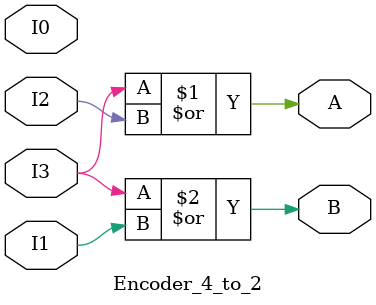
<source format=v>
`timescale 1ns / 1ps
module Encoder_4_to_2(I0,I1,I2,I3,A,B);
	input I0, I1, I2, I3;
	output A, B;
	or
		a0(A,I3,I2),
		a1(B,I3,I1);
endmodule

</source>
